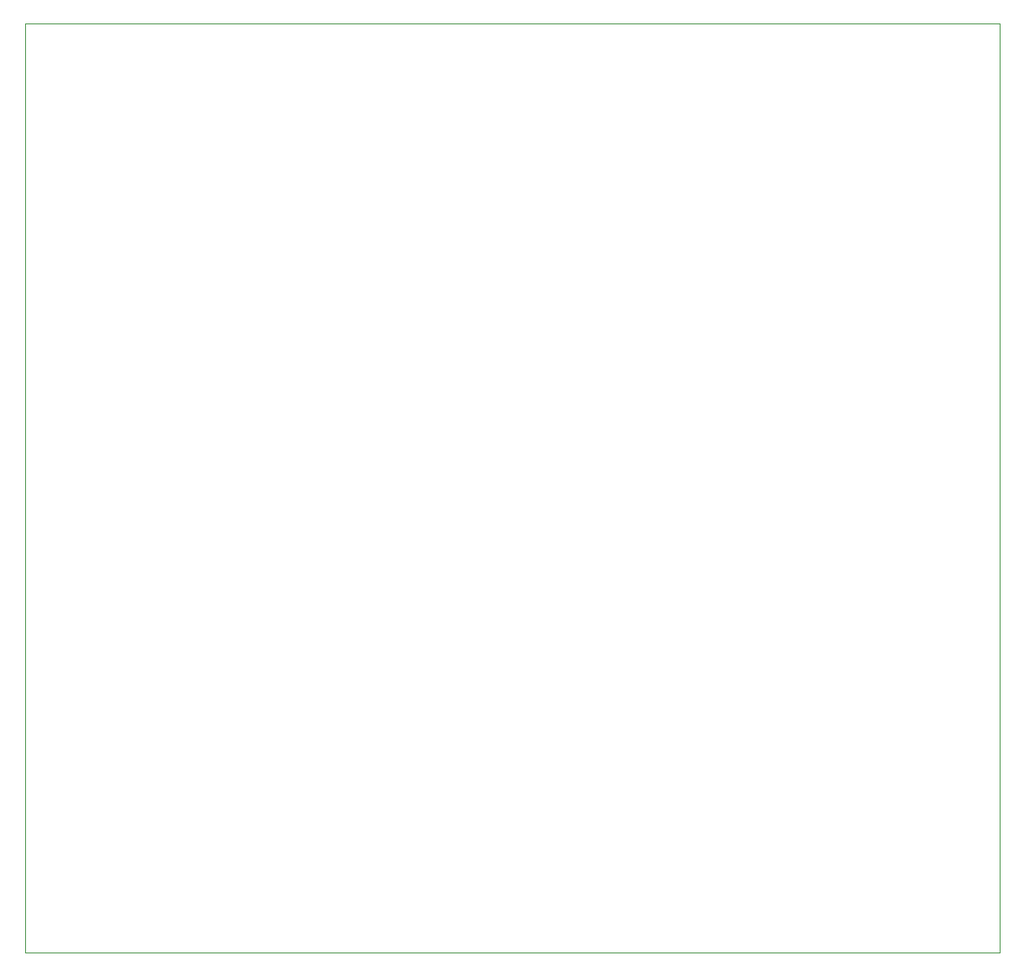
<source format=gbr>
G04 (created by PCBNEW (2013-03-27 BZR 4035)-testing) date Thu 28 Mar 2013 11:08:54 PM CET*
%MOIN*%
G04 Gerber Fmt 3.4, Leading zero omitted, Abs format*
%FSLAX34Y34*%
G01*
G70*
G90*
G04 APERTURE LIST*
%ADD10C,0.006*%
%ADD11C,0.00393701*%
G04 APERTURE END LIST*
G54D10*
G54D11*
X27834Y-58385D02*
X27834Y-21456D01*
X66574Y-21456D02*
X66574Y-58385D01*
X27834Y-21456D02*
X66574Y-21456D01*
X27834Y-58385D02*
X66574Y-58385D01*
M02*

</source>
